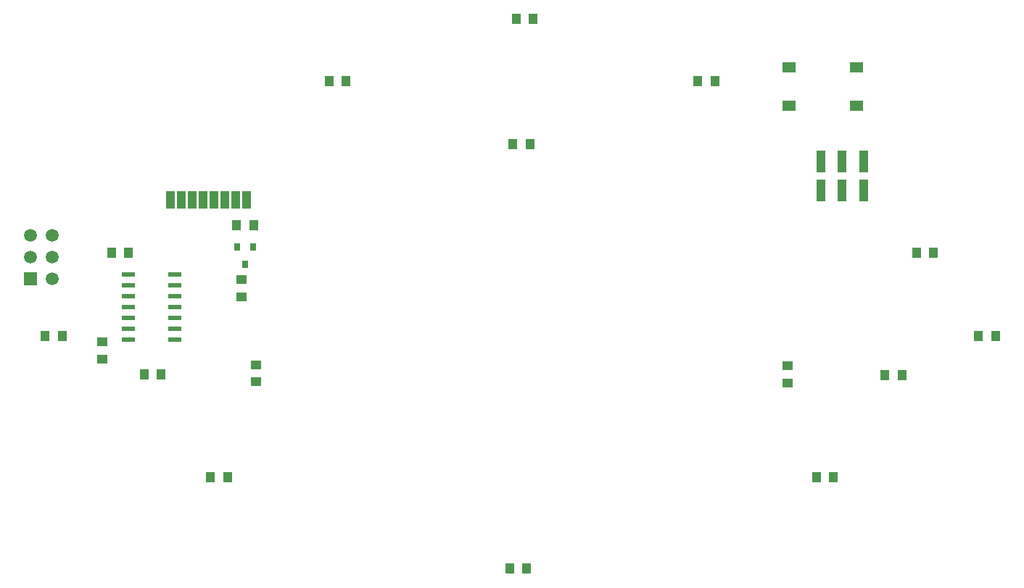
<source format=gbp>
G04 #@! TF.FileFunction,Paste,Bot*
%FSLAX46Y46*%
G04 Gerber Fmt 4.6, Leading zero omitted, Abs format (unit mm)*
G04 Created by KiCad (PCBNEW 4.0.7) date 06/01/18 20:23:33*
%MOMM*%
%LPD*%
G01*
G04 APERTURE LIST*
%ADD10C,0.100000*%
%ADD11R,1.000000X2.600000*%
%ADD12R,1.000000X2.000000*%
%ADD13R,1.550000X1.300000*%
%ADD14C,1.500000*%
%ADD15R,1.500000X1.500000*%
%ADD16R,0.800000X0.900000*%
%ADD17R,1.500000X0.600000*%
%ADD18R,1.000000X1.250000*%
%ADD19R,1.250000X1.000000*%
G04 APERTURE END LIST*
D10*
D11*
X186984000Y-74782000D03*
X189484000Y-74782000D03*
X191984000Y-74782000D03*
X191984000Y-71382000D03*
X189484000Y-71382000D03*
X186984000Y-71382000D03*
D12*
X119970000Y-75883000D03*
X118700000Y-75883000D03*
X117430000Y-75883000D03*
X116160000Y-75883000D03*
X114890000Y-75883000D03*
X113620000Y-75883000D03*
X112350000Y-75883000D03*
X111080000Y-75883000D03*
D13*
X191173000Y-60361000D03*
X183223000Y-60361000D03*
X191173000Y-64861000D03*
X183223000Y-64861000D03*
D14*
X97282000Y-80010000D03*
X94742000Y-80010000D03*
X97282000Y-82550000D03*
X94742000Y-82550000D03*
X97282000Y-85090000D03*
D15*
X94742000Y-85090000D03*
D16*
X118811000Y-81423000D03*
X120711000Y-81423000D03*
X119761000Y-83423000D03*
D17*
X106139000Y-92202000D03*
X106139000Y-90932000D03*
X106139000Y-89662000D03*
X106139000Y-88392000D03*
X106139000Y-87122000D03*
X106139000Y-85852000D03*
X106139000Y-84582000D03*
X111539000Y-84582000D03*
X111539000Y-85852000D03*
X111539000Y-87122000D03*
X111539000Y-88392000D03*
X111539000Y-89662000D03*
X111539000Y-90932000D03*
X111539000Y-92202000D03*
D18*
X205391000Y-91821000D03*
X207391000Y-91821000D03*
X198152000Y-82042000D03*
X200152000Y-82042000D03*
X194469000Y-96393000D03*
X196469000Y-96393000D03*
D19*
X183134000Y-95266000D03*
X183134000Y-97266000D03*
D18*
X151019000Y-69342000D03*
X153019000Y-69342000D03*
D19*
X121031000Y-95155000D03*
X121031000Y-97155000D03*
D18*
X107982000Y-96266000D03*
X109982000Y-96266000D03*
X104172000Y-82042000D03*
X106172000Y-82042000D03*
X96425000Y-91821000D03*
X98425000Y-91821000D03*
X115713000Y-108331000D03*
X117713000Y-108331000D03*
X150638000Y-118999000D03*
X152638000Y-118999000D03*
X186452000Y-108331000D03*
X188452000Y-108331000D03*
X172609000Y-61976000D03*
X174609000Y-61976000D03*
X151400000Y-54737000D03*
X153400000Y-54737000D03*
X129556000Y-61976000D03*
X131556000Y-61976000D03*
X120745000Y-78867000D03*
X118745000Y-78867000D03*
D19*
X119380000Y-85233000D03*
X119380000Y-87233000D03*
X103124000Y-92472000D03*
X103124000Y-94472000D03*
M02*

</source>
